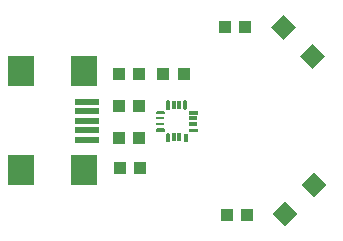
<source format=gtp>
G75*
G70*
%OFA0B0*%
%FSLAX24Y24*%
%IPPOS*%
%LPD*%
%AMOC8*
5,1,8,0,0,1.08239X$1,22.5*
%
%ADD10C,0.0118*%
%ADD11R,0.0118X0.0295*%
%ADD12C,0.0055*%
%ADD13R,0.0290X0.0110*%
%ADD14C,0.0033*%
%ADD15R,0.0295X0.0118*%
%ADD16R,0.0866X0.0984*%
%ADD17R,0.0787X0.0197*%
%ADD18R,0.0394X0.0433*%
%ADD19R,0.0433X0.0394*%
%ADD20R,0.0591X0.0591*%
D10*
X006813Y004359D02*
X006813Y004535D01*
D11*
X006616Y004447D03*
X006419Y004447D03*
X006419Y003364D03*
X006616Y003364D03*
D12*
X006195Y003246D02*
X006195Y003482D01*
X006251Y003482D01*
X006251Y003246D01*
X006195Y003246D01*
X006195Y003300D02*
X006251Y003300D01*
X006251Y003354D02*
X006195Y003354D01*
X006195Y003408D02*
X006251Y003408D01*
X006251Y003462D02*
X006195Y003462D01*
X005858Y003582D02*
X005858Y003638D01*
X006094Y003638D01*
X006094Y003582D01*
X005858Y003582D01*
X005858Y003636D02*
X006094Y003636D01*
X005858Y004173D02*
X005858Y004229D01*
X006094Y004229D01*
X006094Y004173D01*
X005858Y004173D01*
X005858Y004227D02*
X006094Y004227D01*
X006195Y004329D02*
X006195Y004565D01*
X006251Y004565D01*
X006251Y004329D01*
X006195Y004329D01*
X006195Y004383D02*
X006251Y004383D01*
X006251Y004437D02*
X006195Y004437D01*
X006195Y004491D02*
X006251Y004491D01*
X006251Y004545D02*
X006195Y004545D01*
D13*
X005976Y004004D03*
X005976Y003807D03*
D14*
X006774Y003493D02*
X006774Y003235D01*
X006774Y003493D02*
X006852Y003493D01*
X006852Y003235D01*
X006774Y003235D01*
X006774Y003267D02*
X006852Y003267D01*
X006852Y003299D02*
X006774Y003299D01*
X006774Y003331D02*
X006852Y003331D01*
X006852Y003363D02*
X006774Y003363D01*
X006774Y003395D02*
X006852Y003395D01*
X006852Y003427D02*
X006774Y003427D01*
X006774Y003459D02*
X006852Y003459D01*
X006852Y003491D02*
X006774Y003491D01*
X006930Y003571D02*
X006930Y003649D01*
X007188Y003649D01*
X007188Y003571D01*
X006930Y003571D01*
X006930Y003603D02*
X007188Y003603D01*
X007188Y003635D02*
X006930Y003635D01*
X006930Y004162D02*
X006930Y004240D01*
X007188Y004240D01*
X007188Y004162D01*
X006930Y004162D01*
X006930Y004194D02*
X007188Y004194D01*
X007188Y004226D02*
X006930Y004226D01*
D15*
X007059Y004004D03*
X007059Y003807D03*
D16*
X001339Y002272D03*
X003425Y002272D03*
X003425Y005579D03*
X001339Y005579D03*
D17*
X003524Y004555D03*
X003524Y004240D03*
X003524Y003926D03*
X003524Y003611D03*
X003524Y003296D03*
D18*
X004623Y002336D03*
X005292Y002336D03*
X008193Y000796D03*
X008862Y000796D03*
X005272Y004406D03*
X004603Y004406D03*
X006083Y005486D03*
X006752Y005486D03*
X008143Y007046D03*
X008812Y007046D03*
D19*
X005262Y005486D03*
X004593Y005486D03*
X004613Y003356D03*
X005282Y003356D03*
D20*
G36*
X010121Y000401D02*
X009704Y000818D01*
X010121Y001235D01*
X010538Y000818D01*
X010121Y000401D01*
G37*
G36*
X011095Y001376D02*
X010678Y001793D01*
X011095Y002210D01*
X011512Y001793D01*
X011095Y001376D01*
G37*
G36*
X010648Y006068D02*
X011065Y006485D01*
X011482Y006068D01*
X011065Y005651D01*
X010648Y006068D01*
G37*
G36*
X009674Y007043D02*
X010091Y007460D01*
X010508Y007043D01*
X010091Y006626D01*
X009674Y007043D01*
G37*
M02*

</source>
